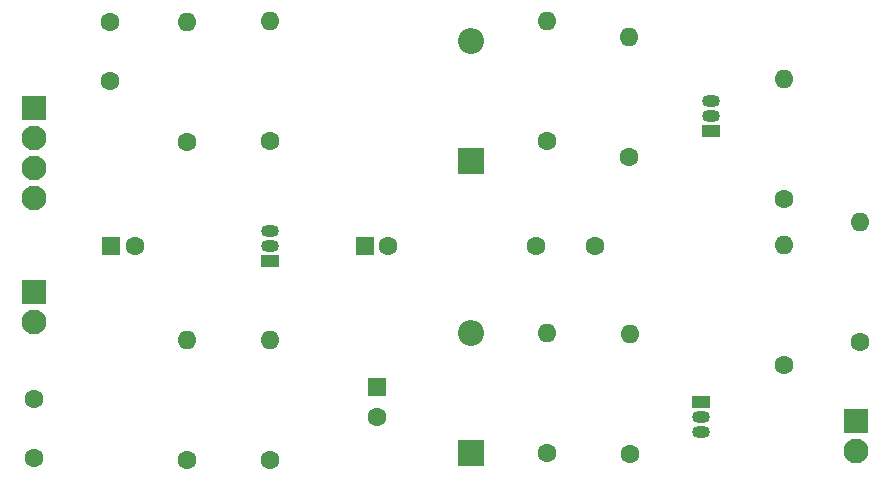
<source format=gbr>
%TF.GenerationSoftware,KiCad,Pcbnew,7.0.11-7.0.11~ubuntu20.04.1*%
%TF.CreationDate,2024-05-02T13:22:55-04:00*%
%TF.ProjectId,AudioAmpEELv2,41756469-6f41-46d7-9045-454c76322e6b,rev?*%
%TF.SameCoordinates,Original*%
%TF.FileFunction,Copper,L1,Top*%
%TF.FilePolarity,Positive*%
%FSLAX46Y46*%
G04 Gerber Fmt 4.6, Leading zero omitted, Abs format (unit mm)*
G04 Created by KiCad (PCBNEW 7.0.11-7.0.11~ubuntu20.04.1) date 2024-05-02 13:22:55*
%MOMM*%
%LPD*%
G01*
G04 APERTURE LIST*
%TA.AperFunction,ComponentPad*%
%ADD10R,1.600000X1.600000*%
%TD*%
%TA.AperFunction,ComponentPad*%
%ADD11C,1.600000*%
%TD*%
%TA.AperFunction,ComponentPad*%
%ADD12O,1.600000X1.600000*%
%TD*%
%TA.AperFunction,ComponentPad*%
%ADD13R,2.200000X2.200000*%
%TD*%
%TA.AperFunction,ComponentPad*%
%ADD14O,2.200000X2.200000*%
%TD*%
%TA.AperFunction,ComponentPad*%
%ADD15R,2.100000X2.100000*%
%TD*%
%TA.AperFunction,ComponentPad*%
%ADD16C,2.100000*%
%TD*%
%TA.AperFunction,ComponentPad*%
%ADD17O,1.500000X1.050000*%
%TD*%
%TA.AperFunction,ComponentPad*%
%ADD18R,1.500000X1.050000*%
%TD*%
G04 APERTURE END LIST*
D10*
%TO.P,C2,1*%
%TO.N,Net-(Q1-C)*%
X137044888Y-93000000D03*
D11*
%TO.P,C2,2*%
%TO.N,Net-(D1-K)*%
X139044888Y-93000000D03*
%TD*%
%TO.P,R3a1,1*%
%TO.N,Net-(R3a1-Pad1)*%
X152470000Y-84110000D03*
D12*
%TO.P,R3a1,2*%
%TO.N,/Vcc (+9V)*%
X152470000Y-73950000D03*
%TD*%
D13*
%TO.P,D2,1,K*%
%TO.N,Net-(D2-K)*%
X146000000Y-110580000D03*
D14*
%TO.P,D2,2,A*%
%TO.N,Net-(D1-K)*%
X146000000Y-100420000D03*
%TD*%
D15*
%TO.P,J3,1,Pin_1*%
%TO.N,/Vcc (+9V)*%
X109000000Y-81380000D03*
D16*
%TO.P,J3,2,Pin_2*%
%TO.N,GNDREF*%
X109000000Y-83920000D03*
%TO.P,J3,3,Pin_3*%
X109000000Y-86460000D03*
%TO.P,J3,4,Pin_4*%
%TO.N,/Vee (-9V)*%
X109000000Y-89000000D03*
%TD*%
D11*
%TO.P,RLoad1,1*%
%TO.N,/Vee (-9V)*%
X179000000Y-101160000D03*
D12*
%TO.P,RLoad1,2*%
%TO.N,/Vout*%
X179000000Y-91000000D03*
%TD*%
%TO.P,R4a1,2*%
%TO.N,Net-(D2-K)*%
X152500000Y-100420000D03*
D11*
%TO.P,R4a1,1*%
%TO.N,Net-(R4a1-Pad1)*%
X152500000Y-110580000D03*
%TD*%
%TO.P,C6,1*%
%TO.N,/Vee (-9V)*%
X109000000Y-111000000D03*
%TO.P,C6,2*%
%TO.N,GNDREF*%
X109000000Y-106000000D03*
%TD*%
D15*
%TO.P,J1,1,Pin_1*%
%TO.N,/Vin*%
X109000000Y-96960000D03*
D16*
%TO.P,J1,2,Pin_2*%
%TO.N,GNDREF*%
X109000000Y-99500000D03*
%TD*%
D12*
%TO.P,R4b1,2*%
%TO.N,Net-(R4a1-Pad1)*%
X159500000Y-100500000D03*
D11*
%TO.P,R4b1,1*%
%TO.N,/Vee (-9V)*%
X159500000Y-110660000D03*
%TD*%
D17*
%TO.P,Q3,3,C*%
%TO.N,/Vee (-9V)*%
X165500000Y-108770000D03*
%TO.P,Q3,2,B*%
%TO.N,Net-(D2-K)*%
X165500000Y-107500000D03*
D18*
%TO.P,Q3,1,E*%
%TO.N,Net-(Q3-E)*%
X165500000Y-106230000D03*
%TD*%
%TO.P,Q2,1,E*%
%TO.N,Net-(Q2-E)*%
X166360000Y-83270000D03*
D17*
%TO.P,Q2,2,B*%
%TO.N,Net-(D1-A)*%
X166360000Y-82000000D03*
%TO.P,Q2,3,C*%
%TO.N,/Vcc (+9V)*%
X166360000Y-80730000D03*
%TD*%
D18*
%TO.P,Q1,1,E*%
%TO.N,Net-(Q1-E)*%
X129000000Y-94270000D03*
D17*
%TO.P,Q1,2,B*%
%TO.N,Net-(Q1-B)*%
X129000000Y-93000000D03*
%TO.P,Q1,3,C*%
%TO.N,Net-(Q1-C)*%
X129000000Y-91730000D03*
%TD*%
D11*
%TO.P,R3b1,1*%
%TO.N,Net-(D1-A)*%
X159410000Y-85530000D03*
D12*
%TO.P,R3b1,2*%
%TO.N,Net-(R3a1-Pad1)*%
X159410000Y-75370000D03*
%TD*%
D10*
%TO.P,C1,1*%
%TO.N,/Vin*%
X115544888Y-93000000D03*
D11*
%TO.P,C1,2*%
%TO.N,Net-(Q1-B)*%
X117544888Y-93000000D03*
%TD*%
%TO.P,R5,1*%
%TO.N,Net-(Q3-E)*%
X172510000Y-103150000D03*
D12*
%TO.P,R5,2*%
%TO.N,/Vout*%
X172510000Y-92990000D03*
%TD*%
D11*
%TO.P,Rc1,1*%
%TO.N,Net-(Q1-C)*%
X128980000Y-84150000D03*
D12*
%TO.P,Rc1,2*%
%TO.N,/Vcc (+9V)*%
X128980000Y-73990000D03*
%TD*%
D11*
%TO.P,C5,1*%
%TO.N,Net-(D1-K)*%
X151500000Y-93000000D03*
%TO.P,C5,2*%
%TO.N,GNDREF*%
X156500000Y-93000000D03*
%TD*%
%TO.P,C4,1*%
%TO.N,GNDREF*%
X115470000Y-79040000D03*
%TO.P,C4,2*%
%TO.N,/Vcc (+9V)*%
X115470000Y-74040000D03*
%TD*%
D15*
%TO.P,J2,1,Pin_1*%
%TO.N,/Vout*%
X178640000Y-107890000D03*
D16*
%TO.P,J2,2,Pin_2*%
%TO.N,/Vee (-9V)*%
X178640000Y-110430000D03*
%TD*%
D11*
%TO.P,R6,1*%
%TO.N,/Vout*%
X172500000Y-89080000D03*
D12*
%TO.P,R6,2*%
%TO.N,Net-(Q2-E)*%
X172500000Y-78920000D03*
%TD*%
D13*
%TO.P,D1,1,K*%
%TO.N,Net-(D1-K)*%
X145990000Y-85820000D03*
D14*
%TO.P,D1,2,A*%
%TO.N,Net-(D1-A)*%
X145990000Y-75660000D03*
%TD*%
D11*
%TO.P,R1,1*%
%TO.N,Net-(Q1-B)*%
X121960000Y-84200000D03*
D12*
%TO.P,R1,2*%
%TO.N,/Vcc (+9V)*%
X121960000Y-74040000D03*
%TD*%
D11*
%TO.P,Re1,1*%
%TO.N,/Vee (-9V)*%
X129000000Y-111160000D03*
D12*
%TO.P,Re1,2*%
%TO.N,Net-(Q1-E)*%
X129000000Y-101000000D03*
%TD*%
D10*
%TO.P,C3,1*%
%TO.N,Net-(Q1-E)*%
X138044888Y-105000000D03*
D11*
%TO.P,C3,2*%
%TO.N,/Vee (-9V)*%
X138044888Y-107500000D03*
%TD*%
%TO.P,R2,1*%
%TO.N,/Vee (-9V)*%
X122000000Y-111160000D03*
D12*
%TO.P,R2,2*%
%TO.N,Net-(Q1-B)*%
X122000000Y-101000000D03*
%TD*%
M02*

</source>
